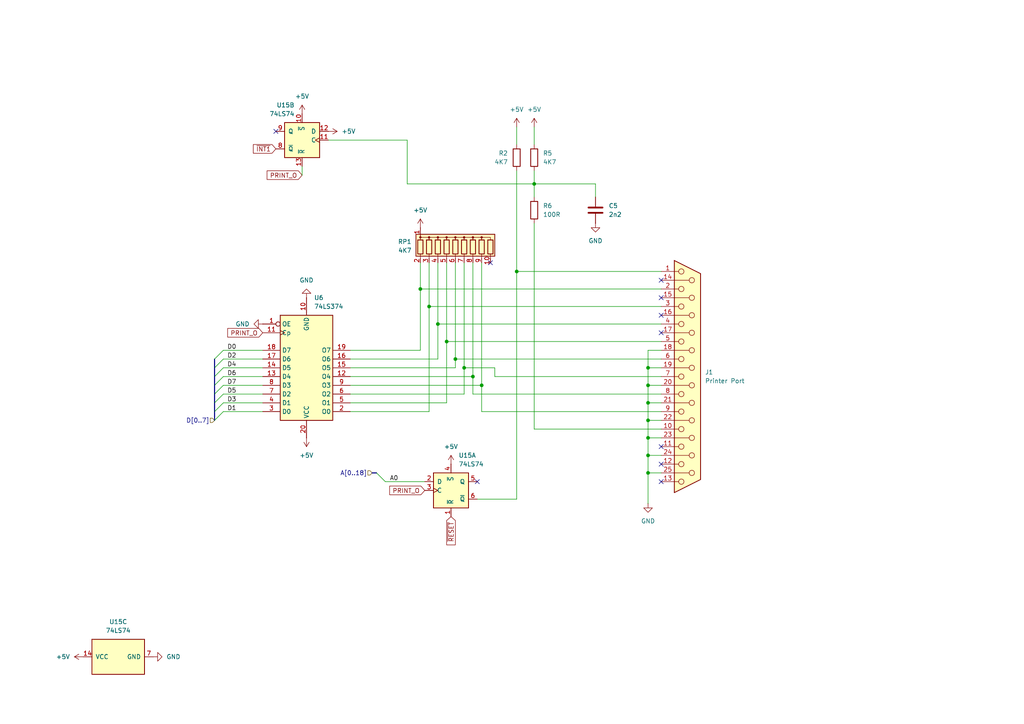
<source format=kicad_sch>
(kicad_sch (version 20231120) (generator "eeschema") (generator_version "8.0")
  (paper "A4")
  (lib_symbols
    (symbol "74xx:74LS374"
      (property "Reference" "U" (at -7.62 16.51 0))
      (property "Value" "74LS374" (at -7.62 -16.51 0))
      (symbol "74LS374_1_0"
        (pin input inverted (at -12.7 -12.7 0) (length 5.08) (name "OE") (number "1"))
        (pin power_in line (at 0 -20.32 90) (length 5.08) (name "GND") (number "10"))
        (pin input clock (at -12.7 -10.16 0) (length 5.08) (name "Cp") (number "11"))
        (pin tri_state line (at 12.7 2.54 180) (length 5.08) (name "O4") (number "12"))
        (pin input line (at -12.7 2.54 0) (length 5.08) (name "D4") (number "13"))
        (pin input line (at -12.7 0 0) (length 5.08) (name "D5") (number "14"))
        (pin tri_state line (at 12.7 0 180) (length 5.08) (name "O5") (number "15"))
        (pin tri_state line (at 12.7 -2.54 180) (length 5.08) (name "O6") (number "16"))
        (pin input line (at -12.7 -2.54 0) (length 5.08) (name "D6") (number "17"))
        (pin input line (at -12.7 -5.08 0) (length 5.08) (name "D7") (number "18"))
        (pin tri_state line (at 12.7 -5.08 180) (length 5.08) (name "O7") (number "19"))
        (pin tri_state line (at 12.7 12.7 180) (length 5.08) (name "O0") (number "2"))
        (pin power_in line (at 0 20.32 270) (length 5.08) (name "VCC") (number "20"))
        (pin input line (at -12.7 12.7 0) (length 5.08) (name "D0") (number "3"))
        (pin input line (at -12.7 10.16 0) (length 5.08) (name "D1") (number "4"))
        (pin tri_state line (at 12.7 10.16 180) (length 5.08) (name "O1") (number "5"))
        (pin tri_state line (at 12.7 7.62 180) (length 5.08) (name "O2") (number "6"))
        (pin input line (at -12.7 7.62 0) (length 5.08) (name "D2") (number "7"))
        (pin input line (at -12.7 5.08 0) (length 5.08) (name "D3") (number "8"))
        (pin tri_state line (at 12.7 5.08 180) (length 5.08) (name "O3") (number "9"))
      )
      (symbol "74LS374_1_1"
        (rectangle (start -7.62 15.24) (end 7.62 -15.24) (stroke (width 0.254)) (fill (type background)))
      )
    )
    (symbol "74xx:74LS74" (pin_names (offset 1.016))
      (property "Reference" "U" (at -7.62 8.89 0))
      (property "Value" "74LS74" (at -7.62 -8.89 0))
      (symbol "74LS74_1_0"
        (pin input line (at 0 -7.62 90) (length 2.54) (name "~{R}") (number "1"))
        (pin input line (at -7.62 2.54 0) (length 2.54) (name "D") (number "2"))
        (pin input clock (at -7.62 0 0) (length 2.54) (name "C") (number "3"))
        (pin input line (at 0 7.62 270) (length 2.54) (name "~{S}") (number "4"))
        (pin output line (at 7.62 2.54 180) (length 2.54) (name "Q") (number "5"))
        (pin output line (at 7.62 -2.54 180) (length 2.54) (name "~{Q}") (number "6"))
      )
      (symbol "74LS74_1_1"
        (rectangle (start -5.08 5.08) (end 5.08 -5.08) (stroke (width 0.254)) (fill (type background)))
      )
      (symbol "74LS74_2_0"
        (pin input line (at 0 7.62 270) (length 2.54) (name "~{S}") (number "10"))
        (pin input clock (at -7.62 0 0) (length 2.54) (name "C") (number "11"))
        (pin input line (at -7.62 2.54 0) (length 2.54) (name "D") (number "12"))
        (pin input line (at 0 -7.62 90) (length 2.54) (name "~{R}") (number "13"))
        (pin output line (at 7.62 -2.54 180) (length 2.54) (name "~{Q}") (number "8"))
        (pin output line (at 7.62 2.54 180) (length 2.54) (name "Q") (number "9"))
      )
      (symbol "74LS74_2_1"
        (rectangle (start -5.08 5.08) (end 5.08 -5.08) (stroke (width 0.254)) (fill (type background)))
      )
      (symbol "74LS74_3_0"
        (pin power_in line (at 0 10.16 270) (length 2.54) (name "VCC") (number "14"))
        (pin power_in line (at 0 -10.16 90) (length 2.54) (name "GND") (number "7"))
      )
      (symbol "74LS74_3_1"
        (rectangle (start -5.08 7.62) (end 5.08 -7.62) (stroke (width 0.254)) (fill (type background)))
      )
    )
    (symbol "Connector:DB25_Receptacle" (pin_names (offset 1.016) hide)
      (property "Reference" "J" (at 0 34.29 0))
      (property "Value" "DB25_Receptacle" (at 0 -34.925 0))
      (symbol "DB25_Receptacle_0_1"
        (circle (center -1.778 -30.48) (radius 0.762))
        (circle (center -1.778 -25.4) (radius 0.762))
        (circle (center -1.778 -20.32) (radius 0.762))
        (circle (center -1.778 -15.24) (radius 0.762))
        (circle (center -1.778 -10.16) (radius 0.762))
        (circle (center -1.778 -5.08) (radius 0.762))
        (circle (center -1.778 0) (radius 0.762))
        (circle (center -1.778 5.08) (radius 0.762))
        (circle (center -1.778 10.16) (radius 0.762))
        (circle (center -1.778 15.24) (radius 0.762))
        (circle (center -1.778 20.32) (radius 0.762))
        (circle (center -1.778 25.4) (radius 0.762))
        (circle (center -1.778 30.48) (radius 0.762))
        (polyline (pts (xy -3.81 -30.48) (xy -2.54 -30.48)))
        (polyline (pts (xy -3.81 -27.94) (xy 0.508 -27.94)))
        (polyline (pts (xy -3.81 -25.4) (xy -2.54 -25.4)))
        (polyline (pts (xy -3.81 -22.86) (xy 0.508 -22.86)))
        (polyline (pts (xy -3.81 -20.32) (xy -2.54 -20.32)))
        (polyline (pts (xy -3.81 -17.78) (xy 0.508 -17.78)))
        (polyline (pts (xy -3.81 -15.24) (xy -2.54 -15.24)))
        (polyline (pts (xy -3.81 -12.7) (xy 0.508 -12.7)))
        (polyline (pts (xy -3.81 -10.16) (xy -2.54 -10.16)))
        (polyline (pts (xy -3.81 -7.62) (xy 0.508 -7.62)))
        (polyline (pts (xy -3.81 -5.08) (xy -2.54 -5.08)))
        (polyline (pts (xy -3.81 -2.54) (xy 0.508 -2.54)))
        (polyline (pts (xy -3.81 0) (xy -2.54 0)))
        (polyline (pts (xy -3.81 2.54) (xy 0.508 2.54)))
        (polyline (pts (xy -3.81 5.08) (xy -2.54 5.08)))
        (polyline (pts (xy -3.81 7.62) (xy 0.508 7.62)))
        (polyline (pts (xy -3.81 10.16) (xy -2.54 10.16)))
        (polyline (pts (xy -3.81 12.7) (xy 0.508 12.7)))
        (polyline (pts (xy -3.81 15.24) (xy -2.54 15.24)))
        (polyline (pts (xy -3.81 17.78) (xy 0.508 17.78)))
        (polyline (pts (xy -3.81 20.32) (xy -2.54 20.32)))
        (polyline (pts (xy -3.81 22.86) (xy 0.508 22.86)))
        (polyline (pts (xy -3.81 25.4) (xy -2.54 25.4)))
        (polyline (pts (xy -3.81 27.94) (xy 0.508 27.94)))
        (polyline (pts (xy -3.81 30.48) (xy -2.54 30.48)))
        (polyline (pts (xy -3.81 33.655) (xy 3.81 29.845) (xy 3.81 -29.845) (xy -3.81 -33.655) (xy -3.81 33.655)) (stroke (width 0.254)) (fill (type background)))
        (circle (center 1.27 -27.94) (radius 0.762))
        (circle (center 1.27 -22.86) (radius 0.762))
        (circle (center 1.27 -17.78) (radius 0.762))
        (circle (center 1.27 -12.7) (radius 0.762))
        (circle (center 1.27 -7.62) (radius 0.762))
        (circle (center 1.27 -2.54) (radius 0.762))
        (circle (center 1.27 2.54) (radius 0.762))
        (circle (center 1.27 7.62) (radius 0.762))
        (circle (center 1.27 12.7) (radius 0.762))
        (circle (center 1.27 17.78) (radius 0.762))
        (circle (center 1.27 22.86) (radius 0.762))
        (circle (center 1.27 27.94) (radius 0.762))
      )
      (symbol "DB25_Receptacle_1_1"
        (pin passive line (at -7.62 30.48 0) (length 3.81) (name "1") (number "1"))
        (pin passive line (at -7.62 -15.24 0) (length 3.81) (name "10") (number "10"))
        (pin passive line (at -7.62 -20.32 0) (length 3.81) (name "11") (number "11"))
        (pin passive line (at -7.62 -25.4 0) (length 3.81) (name "12") (number "12"))
        (pin passive line (at -7.62 -30.48 0) (length 3.81) (name "13") (number "13"))
        (pin passive line (at -7.62 27.94 0) (length 3.81) (name "P14") (number "14"))
        (pin passive line (at -7.62 22.86 0) (length 3.81) (name "P15") (number "15"))
        (pin passive line (at -7.62 17.78 0) (length 3.81) (name "P16") (number "16"))
        (pin passive line (at -7.62 12.7 0) (length 3.81) (name "P17") (number "17"))
        (pin passive line (at -7.62 7.62 0) (length 3.81) (name "P18") (number "18"))
        (pin passive line (at -7.62 2.54 0) (length 3.81) (name "P19") (number "19"))
        (pin passive line (at -7.62 25.4 0) (length 3.81) (name "2") (number "2"))
        (pin passive line (at -7.62 -2.54 0) (length 3.81) (name "P20") (number "20"))
        (pin passive line (at -7.62 -7.62 0) (length 3.81) (name "P21") (number "21"))
        (pin passive line (at -7.62 -12.7 0) (length 3.81) (name "P22") (number "22"))
        (pin passive line (at -7.62 -17.78 0) (length 3.81) (name "P23") (number "23"))
        (pin passive line (at -7.62 -22.86 0) (length 3.81) (name "P24") (number "24"))
        (pin passive line (at -7.62 -27.94 0) (length 3.81) (name "P25") (number "25"))
        (pin passive line (at -7.62 20.32 0) (length 3.81) (name "3") (number "3"))
        (pin passive line (at -7.62 15.24 0) (length 3.81) (name "4") (number "4"))
        (pin passive line (at -7.62 10.16 0) (length 3.81) (name "5") (number "5"))
        (pin passive line (at -7.62 5.08 0) (length 3.81) (name "6") (number "6"))
        (pin passive line (at -7.62 0 0) (length 3.81) (name "7") (number "7"))
        (pin passive line (at -7.62 -5.08 0) (length 3.81) (name "8") (number "8"))
        (pin passive line (at -7.62 -10.16 0) (length 3.81) (name "9") (number "9"))
      )
    )
    (symbol "Device:C" (pin_numbers hide) (pin_names (offset 0.254))
      (property "Reference" "C" (at 0.635 2.54 0))
      (property "Value" "C" (at 0.635 -2.54 0))
      (symbol "C_0_1"
        (polyline (pts (xy -2.032 -0.762) (xy 2.032 -0.762)) (stroke (width 0.508)))
        (polyline (pts (xy -2.032 0.762) (xy 2.032 0.762)) (stroke (width 0.508)))
      )
      (symbol "C_1_1"
        (pin passive line (at 0 3.81 270) (length 2.794) (name "~") (number "1"))
        (pin passive line (at 0 -3.81 90) (length 2.794) (name "~") (number "2"))
      )
    )
    (symbol "Device:R" (pin_numbers hide) (pin_names (offset 0))
      (property "Reference" "R" (at 2.032 0 90))
      (property "Value" "R" (at 0 0 90))
      (symbol "R_0_1"
        (rectangle (start -1.016 -2.54) (end 1.016 2.54) (stroke (width 0.254)))
      )
      (symbol "R_1_1"
        (pin passive line (at 0 3.81 270) (length 1.27) (name "~") (number "1"))
        (pin passive line (at 0 -3.81 90) (length 1.27) (name "~") (number "2"))
      )
    )
    (symbol "Device:R_Network09" (pin_names (offset 0) hide)
      (property "Reference" "RN" (at -12.7 0 90))
      (property "Value" "R_Network09" (at 12.7 0 90))
      (symbol "R_Network09_0_1"
        (rectangle (start -11.43 -3.175) (end 11.43 3.175) (stroke (width 0.254)) (fill (type background)))
        (rectangle (start -10.922 1.524) (end -9.398 -2.54) (stroke (width 0.254)))
        (circle (center -10.16 2.286) (radius 0.254) (fill (type outline)))
        (rectangle (start -8.382 1.524) (end -6.858 -2.54) (stroke (width 0.254)))
        (circle (center -7.62 2.286) (radius 0.254) (fill (type outline)))
        (rectangle (start -5.842 1.524) (end -4.318 -2.54) (stroke (width 0.254)))
        (circle (center -5.08 2.286) (radius 0.254) (fill (type outline)))
        (rectangle (start -3.302 1.524) (end -1.778 -2.54) (stroke (width 0.254)))
        (circle (center -2.54 2.286) (radius 0.254) (fill (type outline)))
        (rectangle (start -0.762 1.524) (end 0.762 -2.54) (stroke (width 0.254)))
        (polyline (pts (xy -10.16 -2.54) (xy -10.16 -3.81)))
        (polyline (pts (xy -7.62 -2.54) (xy -7.62 -3.81)))
        (polyline (pts (xy -5.08 -2.54) (xy -5.08 -3.81)))
        (polyline (pts (xy -2.54 -2.54) (xy -2.54 -3.81)))
        (polyline (pts (xy 0 -2.54) (xy 0 -3.81)))
        (polyline (pts (xy 2.54 -2.54) (xy 2.54 -3.81)))
        (polyline (pts (xy 5.08 -2.54) (xy 5.08 -3.81)))
        (polyline (pts (xy 7.62 -2.54) (xy 7.62 -3.81)))
        (polyline (pts (xy 10.16 -2.54) (xy 10.16 -3.81)))
        (polyline (pts (xy -10.16 1.524) (xy -10.16 2.286) (xy -7.62 2.286) (xy -7.62 1.524)))
        (polyline (pts (xy -7.62 1.524) (xy -7.62 2.286) (xy -5.08 2.286) (xy -5.08 1.524)))
        (polyline (pts (xy -5.08 1.524) (xy -5.08 2.286) (xy -2.54 2.286) (xy -2.54 1.524)))
        (polyline (pts (xy -2.54 1.524) (xy -2.54 2.286) (xy 0 2.286) (xy 0 1.524)))
        (polyline (pts (xy 0 1.524) (xy 0 2.286) (xy 2.54 2.286) (xy 2.54 1.524)))
        (polyline (pts (xy 2.54 1.524) (xy 2.54 2.286) (xy 5.08 2.286) (xy 5.08 1.524)))
        (polyline (pts (xy 5.08 1.524) (xy 5.08 2.286) (xy 7.62 2.286) (xy 7.62 1.524)))
        (polyline (pts (xy 7.62 1.524) (xy 7.62 2.286) (xy 10.16 2.286) (xy 10.16 1.524)))
        (circle (center 0 2.286) (radius 0.254) (fill (type outline)))
        (rectangle (start 1.778 1.524) (end 3.302 -2.54) (stroke (width 0.254)))
        (circle (center 2.54 2.286) (radius 0.254) (fill (type outline)))
        (rectangle (start 4.318 1.524) (end 5.842 -2.54) (stroke (width 0.254)))
        (circle (center 5.08 2.286) (radius 0.254) (fill (type outline)))
        (rectangle (start 6.858 1.524) (end 8.382 -2.54) (stroke (width 0.254)))
        (circle (center 7.62 2.286) (radius 0.254) (fill (type outline)))
        (rectangle (start 9.398 1.524) (end 10.922 -2.54) (stroke (width 0.254)))
      )
      (symbol "R_Network09_1_1"
        (pin passive line (at -10.16 5.08 270) (length 2.54) (name "common") (number "1"))
        (pin passive line (at 10.16 -5.08 90) (length 1.27) (name "R9") (number "10"))
        (pin passive line (at -10.16 -5.08 90) (length 1.27) (name "R1") (number "2"))
        (pin passive line (at -7.62 -5.08 90) (length 1.27) (name "R2") (number "3"))
        (pin passive line (at -5.08 -5.08 90) (length 1.27) (name "R3") (number "4"))
        (pin passive line (at -2.54 -5.08 90) (length 1.27) (name "R4") (number "5"))
        (pin passive line (at 0 -5.08 90) (length 1.27) (name "R5") (number "6"))
        (pin passive line (at 2.54 -5.08 90) (length 1.27) (name "R6") (number "7"))
        (pin passive line (at 5.08 -5.08 90) (length 1.27) (name "R7") (number "8"))
        (pin passive line (at 7.62 -5.08 90) (length 1.27) (name "R8") (number "9"))
      )
    )
    (symbol "power:+5V" (power) (pin_numbers hide) (pin_names (offset 0) hide)
      (property "Value" "+5V" (at 0 3.556 0))
      (symbol "+5V_0_1"
        (polyline (pts (xy -0.762 1.27) (xy 0 2.54)))
        (polyline (pts (xy 0 0) (xy 0 2.54)))
        (polyline (pts (xy 0 2.54) (xy 0.762 1.27)))
      )
      (symbol "+5V_1_1"
        (pin power_in line (at 0 0 90) (length 0) (name "~") (number "1"))
      )
    )
    (symbol "power:GND" (power) (pin_numbers hide) (pin_names (offset 0) hide)
      (property "Value" "GND" (at 0 -3.81 0))
      (symbol "GND_0_1"
        (polyline (pts (xy 0 0) (xy 0 -1.27) (xy 1.27 -1.27) (xy 0 -2.54) (xy -1.27 -1.27) (xy 0 -1.27)))
      )
      (symbol "GND_1_1"
        (pin power_in line (at 0 0 270) (length 0) (name "~") (number "1"))
      )
    )
  )
  (junction (at 149.86 78.74))
  (junction (at 129.54 99.06))
  (junction (at 154.94 53.34))
  (junction (at 187.96 106.68))
  (junction (at 187.96 116.84))
  (junction (at 139.7 111.76))
  (junction (at 187.96 111.76))
  (junction (at 187.96 121.92))
  (junction (at 187.96 132.08))
  (junction (at 132.08 104.14))
  (junction (at 187.96 127))
  (junction (at 127 93.98))
  (junction (at 187.96 137.16))
  (junction (at 121.92 83.82))
  (junction (at 124.46 88.9))
  (junction (at 134.62 106.68))
  (junction (at 137.16 109.22))
  (no_connect (at 191.77 96.52))
  (no_connect (at 191.77 86.36))
  (no_connect (at 80.01 38.1))
  (no_connect (at 191.77 134.62))
  (no_connect (at 191.77 91.44))
  (no_connect (at 191.77 129.54))
  (no_connect (at 142.24 76.2))
  (no_connect (at 191.77 139.7))
  (no_connect (at 191.77 81.28))
  (no_connect (at 138.43 139.7))
  (bus_entry (at 109.22 137.16) (size 2.54 2.54))
  (bus_entry (at 64.77 106.68) (size -2.54 2.54))
  (bus_entry (at 64.77 119.38) (size -2.54 2.54))
  (bus_entry (at 64.77 101.6) (size -2.54 2.54))
  (bus_entry (at 64.77 114.3) (size -2.54 2.54))
  (bus_entry (at 64.77 116.84) (size -2.54 2.54))
  (bus_entry (at 64.77 111.76) (size -2.54 2.54))
  (bus_entry (at 64.77 104.14) (size -2.54 2.54))
  (bus_entry (at 64.77 109.22) (size -2.54 2.54))
  (wire (pts (xy 187.96 111.76) (xy 187.96 116.84)))
  (wire (pts (xy 118.11 53.34) (xy 118.11 40.64)))
  (wire (pts (xy 129.54 99.06) (xy 129.54 76.2)))
  (wire (pts (xy 149.86 78.74) (xy 191.77 78.74)))
  (wire (pts (xy 101.6 119.38) (xy 124.46 119.38)))
  (wire (pts (xy 111.76 139.7) (xy 123.19 139.7)))
  (wire (pts (xy 76.2 111.76) (xy 64.77 111.76)))
  (wire (pts (xy 154.94 53.34) (xy 118.11 53.34)))
  (bus (pts (xy 62.23 114.3) (xy 62.23 111.76)))
  (wire (pts (xy 134.62 106.68) (xy 134.62 76.2)))
  (wire (pts (xy 101.6 109.22) (xy 137.16 109.22)))
  (wire (pts (xy 76.2 119.38) (xy 64.77 119.38)))
  (bus (pts (xy 62.23 111.76) (xy 62.23 109.22)))
  (wire (pts (xy 129.54 116.84) (xy 129.54 99.06)))
  (wire (pts (xy 149.86 49.53) (xy 149.86 78.74)))
  (wire (pts (xy 76.2 114.3) (xy 64.77 114.3)))
  (bus (pts (xy 62.23 116.84) (xy 62.23 114.3)))
  (wire (pts (xy 101.6 101.6) (xy 121.92 101.6)))
  (wire (pts (xy 101.6 106.68) (xy 132.08 106.68)))
  (wire (pts (xy 187.96 121.92) (xy 187.96 127)))
  (wire (pts (xy 187.96 127) (xy 191.77 127)))
  (wire (pts (xy 187.96 121.92) (xy 191.77 121.92)))
  (wire (pts (xy 139.7 111.76) (xy 139.7 76.2)))
  (wire (pts (xy 137.16 114.3) (xy 137.16 109.22)))
  (wire (pts (xy 124.46 119.38) (xy 124.46 88.9)))
  (wire (pts (xy 121.92 76.2) (xy 121.92 83.82)))
  (wire (pts (xy 187.96 106.68) (xy 187.96 111.76)))
  (bus (pts (xy 62.23 109.22) (xy 62.23 106.68)))
  (wire (pts (xy 172.72 53.34) (xy 154.94 53.34)))
  (wire (pts (xy 187.96 101.6) (xy 187.96 106.68)))
  (bus (pts (xy 107.95 137.16) (xy 109.22 137.16)))
  (wire (pts (xy 76.2 106.68) (xy 64.77 106.68)))
  (wire (pts (xy 154.94 49.53) (xy 154.94 53.34)))
  (wire (pts (xy 134.62 114.3) (xy 134.62 106.68)))
  (wire (pts (xy 121.92 83.82) (xy 191.77 83.82)))
  (wire (pts (xy 138.43 144.78) (xy 149.86 144.78)))
  (wire (pts (xy 101.6 111.76) (xy 139.7 111.76)))
  (wire (pts (xy 187.96 106.68) (xy 191.77 106.68)))
  (wire (pts (xy 149.86 36.83) (xy 149.86 41.91)))
  (wire (pts (xy 127 93.98) (xy 191.77 93.98)))
  (wire (pts (xy 191.77 109.22) (xy 143.51 109.22)))
  (wire (pts (xy 127 104.14) (xy 127 93.98)))
  (wire (pts (xy 87.63 50.8) (xy 87.63 48.26)))
  (wire (pts (xy 76.2 109.22) (xy 64.77 109.22)))
  (wire (pts (xy 129.54 99.06) (xy 191.77 99.06)))
  (wire (pts (xy 187.96 116.84) (xy 187.96 121.92)))
  (wire (pts (xy 124.46 88.9) (xy 191.77 88.9)))
  (wire (pts (xy 154.94 124.46) (xy 154.94 64.77)))
  (wire (pts (xy 191.77 124.46) (xy 154.94 124.46)))
  (bus (pts (xy 62.23 121.92) (xy 62.23 119.38)))
  (wire (pts (xy 187.96 111.76) (xy 191.77 111.76)))
  (wire (pts (xy 101.6 114.3) (xy 134.62 114.3)))
  (wire (pts (xy 76.2 116.84) (xy 64.77 116.84)))
  (bus (pts (xy 62.23 119.38) (xy 62.23 116.84)))
  (wire (pts (xy 127 93.98) (xy 127 76.2)))
  (wire (pts (xy 191.77 114.3) (xy 137.16 114.3)))
  (wire (pts (xy 64.77 101.6) (xy 76.2 101.6)))
  (wire (pts (xy 121.92 101.6) (xy 121.92 83.82)))
  (wire (pts (xy 154.94 53.34) (xy 154.94 57.15)))
  (wire (pts (xy 172.72 57.15) (xy 172.72 53.34)))
  (wire (pts (xy 132.08 106.68) (xy 132.08 104.14)))
  (wire (pts (xy 132.08 104.14) (xy 132.08 76.2)))
  (wire (pts (xy 187.96 137.16) (xy 187.96 146.05)))
  (wire (pts (xy 143.51 109.22) (xy 143.51 106.68)))
  (wire (pts (xy 187.96 127) (xy 187.96 132.08)))
  (wire (pts (xy 187.96 116.84) (xy 191.77 116.84)))
  (wire (pts (xy 101.6 116.84) (xy 129.54 116.84)))
  (wire (pts (xy 76.2 104.14) (xy 64.77 104.14)))
  (wire (pts (xy 187.96 132.08) (xy 191.77 132.08)))
  (wire (pts (xy 139.7 119.38) (xy 139.7 111.76)))
  (wire (pts (xy 191.77 101.6) (xy 187.96 101.6)))
  (wire (pts (xy 132.08 104.14) (xy 191.77 104.14)))
  (wire (pts (xy 154.94 36.83) (xy 154.94 41.91)))
  (wire (pts (xy 118.11 40.64) (xy 95.25 40.64)))
  (wire (pts (xy 149.86 144.78) (xy 149.86 78.74)))
  (wire (pts (xy 124.46 88.9) (xy 124.46 76.2)))
  (wire (pts (xy 101.6 104.14) (xy 127 104.14)))
  (bus (pts (xy 62.23 106.68) (xy 62.23 104.14)))
  (wire (pts (xy 191.77 119.38) (xy 139.7 119.38)))
  (wire (pts (xy 187.96 137.16) (xy 191.77 137.16)))
  (wire (pts (xy 187.96 132.08) (xy 187.96 137.16)))
  (wire (pts (xy 137.16 109.22) (xy 137.16 76.2)))
  (wire (pts (xy 143.51 106.68) (xy 134.62 106.68)))
  (label "D7" (at 68.58 111.76 180))
  (label "D1" (at 68.58 119.38 180))
  (label "D3" (at 68.58 116.84 180))
  (label "D4" (at 68.58 106.68 180))
  (label "D5" (at 68.58 114.3 180))
  (label "D2" (at 68.58 104.14 180))
  (label "A0" (at 113.03 139.7 0))
  (label "D0" (at 68.58 101.6 180))
  (label "D6" (at 68.58 109.22 180))
  (global_label "~{INT1}" (shape input) (at 80.01 43.18 180) (property "Intersheetrefs" "${INTERSHEET_REFS}" (effects (hide yes))))
  (global_label "PRINT_O" (shape input) (at 87.63 50.8 180) (property "Intersheetrefs" "${INTERSHEET_REFS}" (effects (hide yes))))
  (global_label "PRINT_O" (shape input) (at 76.2 96.52 180) (property "Intersheetrefs" "${INTERSHEET_REFS}" (effects (hide yes))))
  (global_label "~{RESET}" (shape input) (at 130.81 149.86 270) (property "Intersheetrefs" "${INTERSHEET_REFS}" (effects (hide yes))))
  (global_label "PRINT_O" (shape input) (at 123.19 142.24 180) (property "Intersheetrefs" "${INTERSHEET_REFS}" (effects (hide yes))))
  (hierarchical_label "A[0..18]" (shape input) (at 107.95 137.16 180))
  (hierarchical_label "D[0..7]" (shape input) (at 62.23 121.92 180))
  (symbol (lib_id "power:+5V") (at 95.25 38.1 270) (unit 1)
    (property "Reference" "#PWR0150" (effects (hide yes)))
    (property "Value" "+5V" (at 99.06 38.0999 90) (effects (justify left)))
    (property "Description" "Power symbol creates a global label with name \"+5V\"" (effects (hide yes)))
  )
  (symbol (lib_id "power:+5V") (at 87.63 33.02 0) (unit 1)
    (property "Reference" "#PWR0149" (effects (hide yes)))
    (property "Value" "+5V" (at 87.63 27.94 0))
    (property "Description" "Power symbol creates a global label with name \"+5V\"" (effects (hide yes)))
  )
  (symbol (lib_id "power:+5V") (at 121.92 66.04 0) (unit 1)
    (property "Reference" "#PWR0153" (effects (hide yes)))
    (property "Value" "+5V" (at 121.92 60.96 0))
    (property "Description" "Power symbol creates a global label with name \"+5V\"" (effects (hide yes)))
  )
  (symbol (lib_id "Device:C") (at 172.72 60.96 0) (unit 1)
    (property "Reference" "C5" (at 176.53 59.6899 0) (effects (justify left)))
    (property "Value" "2n2" (at 176.53 62.2299 0) (effects (justify left)))
    (property "Footprint" "011TIM:Ceramic Capacitor 7.50mm" (effects (hide yes)))
    (property "Description" "Unpolarized capacitor" (effects (hide yes)))
  )
  (symbol (lib_id "Device:R") (at 154.94 60.96 0) (unit 1)
    (property "Reference" "R6" (at 157.48 59.6899 0) (effects (justify left)))
    (property "Value" "100R" (at 157.48 62.2299 0) (effects (justify left)))
    (property "Footprint" "011TIM:Resistor 12.7mm" (effects (hide yes)))
    (property "Description" "Resistor" (effects (hide yes)))
  )
  (symbol (lib_id "power:+5V") (at 149.86 36.83 0) (mirror y) (unit 1)
    (property "Reference" "#PWR0159" (effects (hide yes)))
    (property "Value" "+5V" (at 149.86 31.75 0))
    (property "Description" "Power symbol creates a global label with name \"+5V\"" (effects (hide yes)))
  )
  (symbol (lib_id "Device:R") (at 149.86 45.72 0) (mirror y) (unit 1)
    (property "Reference" "R2" (at 147.32 44.4499 0) (effects (justify left)))
    (property "Value" "4K7" (at 147.32 46.9899 0) (effects (justify left)))
    (property "Footprint" "011TIM:Resistor 12.7mm" (effects (hide yes)))
    (property "Description" "Resistor" (effects (hide yes)))
  )
  (symbol (lib_id "power:+5V") (at 24.13 190.5 90) (unit 1)
    (property "Reference" "#PWR0147" (effects (hide yes)))
    (property "Value" "+5V" (at 20.32 190.4999 90) (effects (justify left)))
    (property "Description" "Power symbol creates a global label with name \"+5V\"" (effects (hide yes)))
  )
  (symbol (lib_id "power:+5V") (at 154.94 36.83 0) (unit 1)
    (property "Reference" "#PWR0151" (effects (hide yes)))
    (property "Value" "+5V" (at 154.94 31.75 0))
    (property "Description" "Power symbol creates a global label with name \"+5V\"" (effects (hide yes)))
  )
  (symbol (lib_id "power:GND") (at 88.9 86.36 180) (unit 1)
    (property "Reference" "#PWR0154" (effects (hide yes)))
    (property "Value" "GND" (at 88.9 81.28 0))
    (property "Description" "Power symbol creates a global label with name \"GND\" , ground" (effects (hide yes)))
  )
  (symbol (lib_id "power:GND") (at 187.96 146.05 0) (unit 1)
    (property "Reference" "#PWR0156" (effects (hide yes)))
    (property "Value" "GND" (at 187.96 151.13 0))
    (property "Description" "Power symbol creates a global label with name \"GND\" , ground" (effects (hide yes)))
  )
  (symbol (lib_id "74xx:74LS74") (at 87.63 40.64 0) (mirror y) (unit 2)
    (property "Reference" "U15" (at 85.4359 30.48 0) (effects (justify left)))
    (property "Value" "74LS74" (at 85.4359 33.02 0) (effects (justify left)))
    (property "Footprint" "011TIM:DIP-14_W7.62mm" (effects (hide yes)))
    (property "Datasheet" "74xx/74hc_hct74.pdf" (effects (hide yes)))
    (property "Description" "Dual D Flip-flop, Set & Reset" (effects (hide yes)))
  )
  (symbol (lib_id "power:GND") (at 76.2 93.98 270) (unit 1)
    (property "Reference" "#PWR0157" (effects (hide yes)))
    (property "Value" "GND" (at 72.39 93.9799 90) (effects (justify right)))
    (property "Description" "Power symbol creates a global label with name \"GND\" , ground" (effects (hide yes)))
  )
  (symbol (lib_id "power:GND") (at 172.72 64.77 0) (unit 1)
    (property "Reference" "#PWR0152" (effects (hide yes)))
    (property "Value" "GND" (at 172.72 69.85 0))
    (property "Description" "Power symbol creates a global label with name \"GND\" , ground" (effects (hide yes)))
  )
  (symbol (lib_id "Device:R_Network09") (at 132.08 71.12 0) (unit 1)
    (property "Reference" "RP1" (at 119.38 70.1039 0) (effects (justify right)))
    (property "Value" "4K7" (at 119.38 72.6439 0) (effects (justify right)))
    (property "Footprint" "011TIM:R_Array_SIP10" (effects (hide yes)))
    (property "Datasheet" "http://www.vishay.com/docs/31509/csc.pdf" (effects (hide yes)))
    (property "Description" "9 resistor network, star topology, bussed resistors, small symbol" (effects (hide yes)))
  )
  (symbol (lib_id "Device:R") (at 154.94 45.72 0) (unit 1)
    (property "Reference" "R5" (at 157.48 44.4499 0) (effects (justify left)))
    (property "Value" "4K7" (at 157.48 46.9899 0) (effects (justify left)))
    (property "Footprint" "011TIM:Resistor 12.7mm" (effects (hide yes)))
    (property "Description" "Resistor" (effects (hide yes)))
  )
  (symbol (lib_id "74xx:74LS374") (at 88.9 106.68 0) (mirror x) (unit 1)
    (property "Reference" "U6" (at 91.0941 86.36 0) (effects (justify left)))
    (property "Value" "74LS374" (at 91.0941 88.9 0) (effects (justify left)))
    (property "Footprint" "011TIM:DIP-20_W7.62mm" (effects (hide yes)))
    (property "Datasheet" "http://www.ti.com/lit/gpn/sn74LS374" (effects (hide yes)))
    (property "Description" "8-bit Register, 3-state outputs" (effects (hide yes)))
  )
  (symbol (lib_id "74xx:74LS74") (at 34.29 190.5 90) (unit 3)
    (property "Reference" "U15" (at 34.29 180.34 90))
    (property "Value" "74LS74" (at 34.29 182.88 90))
    (property "Footprint" "011TIM:DIP-14_W7.62mm" (effects (hide yes)))
    (property "Datasheet" "74xx/74hc_hct74.pdf" (effects (hide yes)))
    (property "Description" "Dual D Flip-flop, Set & Reset" (effects (hide yes)))
  )
  (symbol (lib_id "power:GND") (at 44.45 190.5 90) (unit 1)
    (property "Reference" "#PWR0148" (effects (hide yes)))
    (property "Value" "GND" (at 48.26 190.4999 90) (effects (justify right)))
    (property "Description" "Power symbol creates a global label with name \"GND\" , ground" (effects (hide yes)))
  )
  (symbol (lib_id "74xx:74LS74") (at 130.81 142.24 0) (unit 1)
    (property "Reference" "U15" (at 133.0041 132.08 0) (effects (justify left)))
    (property "Value" "74LS74" (at 133.0041 134.62 0) (effects (justify left)))
    (property "Footprint" "011TIM:DIP-14_W7.62mm" (effects (hide yes)))
    (property "Datasheet" "74xx/74hc_hct74.pdf" (effects (hide yes)))
    (property "Description" "Dual D Flip-flop, Set & Reset" (effects (hide yes)))
  )
  (symbol (lib_id "power:+5V") (at 130.81 134.62 0) (unit 1)
    (property "Reference" "#PWR0158" (effects (hide yes)))
    (property "Value" "+5V" (at 130.81 129.54 0))
    (property "Description" "Power symbol creates a global label with name \"+5V\"" (effects (hide yes)))
  )
  (symbol (lib_id "power:+5V") (at 88.9 127 180) (unit 1)
    (property "Reference" "#PWR0155" (effects (hide yes)))
    (property "Value" "+5V" (at 88.9 132.08 0))
    (property "Description" "Power symbol creates a global label with name \"+5V\"" (effects (hide yes)))
  )
  (symbol (lib_id "Connector:DB25_Receptacle") (at 199.39 109.22 0) (unit 1)
    (property "Reference" "J1" (at 204.47 107.9499 0) (effects (justify left)))
    (property "Value" "Printer Port" (at 204.47 110.4899 0) (effects (justify left)))
    (property "Footprint" "011TIM:PRINTER" (effects (hide yes)))
    (property "Datasheet" " ~" (effects (hide yes)))
    (property "Description" "25-pin female receptacle socket D-SUB connector" (effects (hide yes)))
  )
)
</source>
